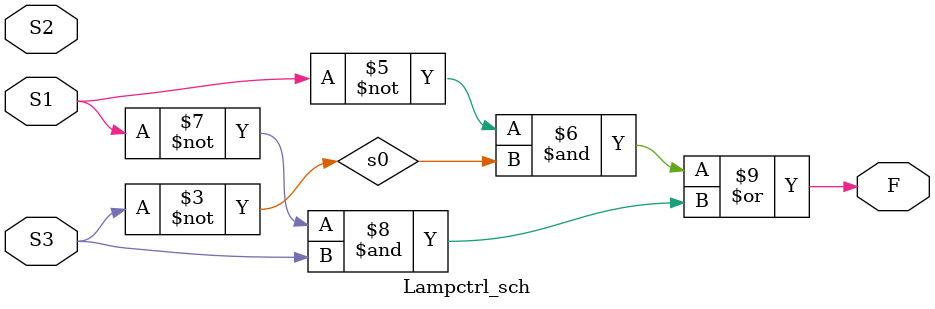
<source format=v>
/*
 * Generated by Digital. Don't modify this file!
 * Any changes will be lost if this file is regenerated.
 */

module Lampctrl_sch (
  input S1,
  input S2,
  input S3,
  output F
);
  wire s0;
  wire s4;
  wire s5;
  wire s6;
  assign s5 = (S1 & S3);
  assign s6 = ~ S2;
  assign s0 = ~ S3;
  assign s4 = (S1 & s0);
  assign F = ((~ S1 & s0) | (~ S1 & S3));
endmodule

</source>
